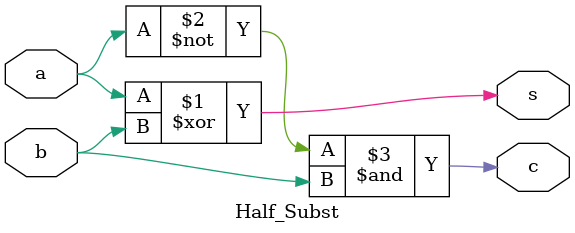
<source format=v>


`timescale 1ns / 1ps
module Half_Subst(
input a, b,
output s, c
    );
    assign s = a^b;
    assign c = (~a)&b;
endmodule

</source>
